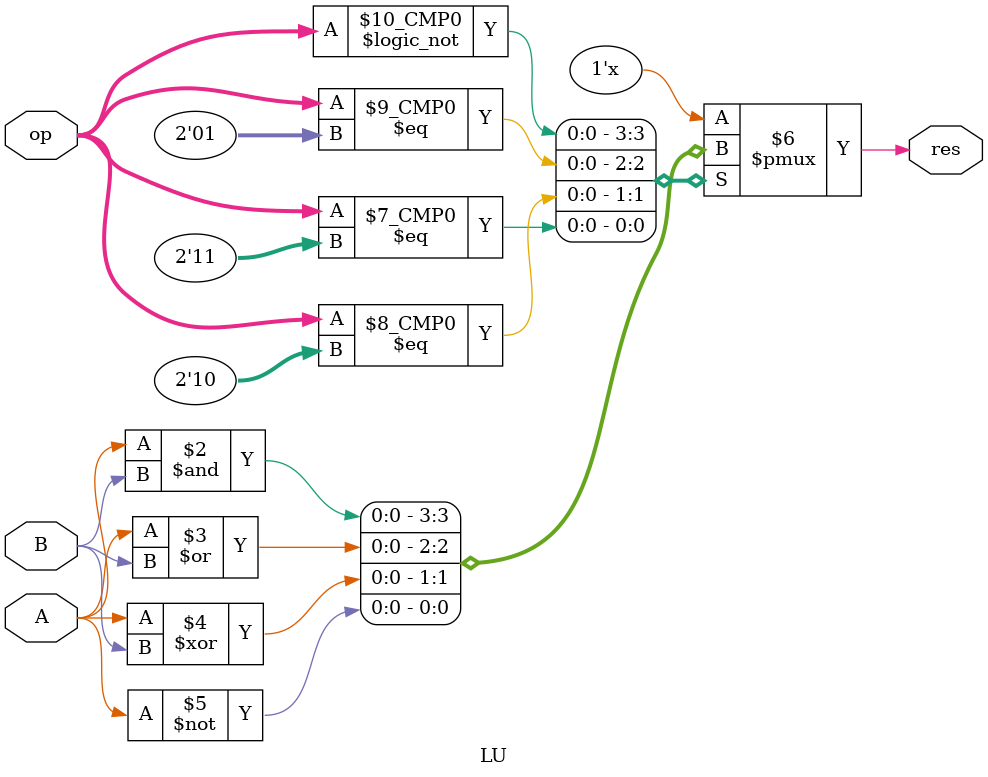
<source format=v>
`timescale 1ns / 1ps


module LU (
    input wire [1:0] op,
    input wire A,
    input wire B,
    output reg res
    );
    
    always @(*) begin
    case (op)
        2'b00: res <= A & B;
        2'b01: res <= A | B;
        2'b10: res <= A^B;
        2'b11: res <= ~A;
    endcase
    end

endmodule
</source>
